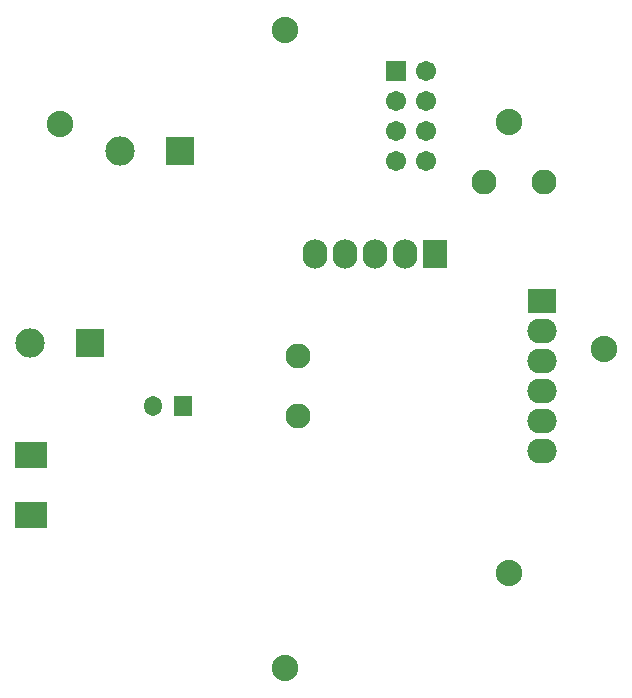
<source format=gbs>
G04*
G04 #@! TF.GenerationSoftware,Altium Limited,Altium Designer,21.0.9 (235)*
G04*
G04 Layer_Color=16711935*
%FSTAX24Y24*%
%MOIN*%
G70*
G04*
G04 #@! TF.SameCoordinates,013E48BC-1F52-4242-9F7F-A7329D5E5ACC*
G04*
G04*
G04 #@! TF.FilePolarity,Negative*
G04*
G01*
G75*
%ADD40R,0.0671X0.0671*%
%ADD41C,0.0671*%
%ADD42C,0.0980*%
%ADD43R,0.0980X0.0980*%
%ADD44R,0.1064X0.0867*%
%ADD45O,0.0980X0.0830*%
%ADD46R,0.0980X0.0830*%
%ADD47R,0.0592X0.0671*%
%ADD48O,0.0592X0.0671*%
%ADD49C,0.0880*%
%ADD50O,0.0830X0.0980*%
%ADD51R,0.0830X0.0980*%
%ADD52C,0.0830*%
D40*
X041943Y040652D02*
D03*
D41*
X042943D02*
D03*
X041943Y039652D02*
D03*
X042943D02*
D03*
X041943Y038652D02*
D03*
X042943D02*
D03*
X041943Y037652D02*
D03*
X042943D02*
D03*
D42*
X032774Y037992D02*
D03*
X02975Y0316D02*
D03*
D43*
X034774Y037992D02*
D03*
X03175Y0316D02*
D03*
D44*
X0298Y02785D02*
D03*
Y02585D02*
D03*
D45*
X046831Y027974D02*
D03*
Y029974D02*
D03*
Y030974D02*
D03*
Y031974D02*
D03*
Y028974D02*
D03*
D46*
Y032974D02*
D03*
D47*
X03485Y0295D02*
D03*
D48*
X03385D02*
D03*
D49*
X038248Y020748D02*
D03*
X030748Y038898D02*
D03*
X038248Y042028D02*
D03*
X045731Y038948D02*
D03*
X048878Y031398D02*
D03*
X045733Y023912D02*
D03*
D50*
X03925Y03455D02*
D03*
X04225D02*
D03*
X04125D02*
D03*
X04025D02*
D03*
D51*
X04325D02*
D03*
D52*
X046891Y036958D02*
D03*
X044891D02*
D03*
X0387Y02915D02*
D03*
Y03115D02*
D03*
M02*

</source>
